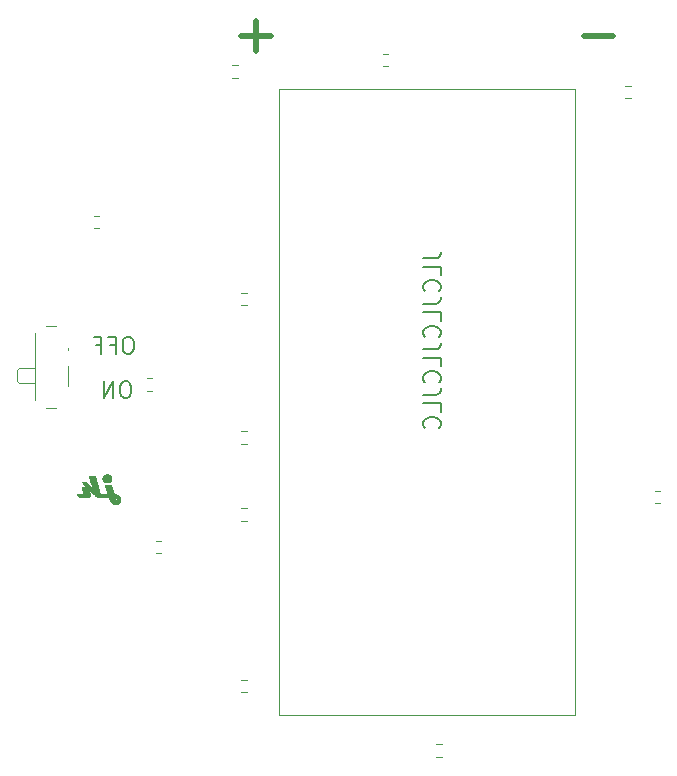
<source format=gbr>
%TF.GenerationSoftware,KiCad,Pcbnew,(5.1.10)-1*%
%TF.CreationDate,2021-10-20T07:52:33+02:00*%
%TF.ProjectId,TVZ_kuglica,54565a5f-6b75-4676-9c69-63612e6b6963,rev?*%
%TF.SameCoordinates,Original*%
%TF.FileFunction,Legend,Bot*%
%TF.FilePolarity,Positive*%
%FSLAX46Y46*%
G04 Gerber Fmt 4.6, Leading zero omitted, Abs format (unit mm)*
G04 Created by KiCad (PCBNEW (5.1.10)-1) date 2021-10-20 07:52:33*
%MOMM*%
%LPD*%
G01*
G04 APERTURE LIST*
%ADD10C,0.200000*%
%ADD11C,0.010000*%
%ADD12C,0.500000*%
%ADD13C,0.120000*%
G04 APERTURE END LIST*
D10*
X110616666Y-100983333D02*
X110350000Y-100983333D01*
X110216666Y-101050000D01*
X110083333Y-101183333D01*
X110016666Y-101450000D01*
X110016666Y-101916666D01*
X110083333Y-102183333D01*
X110216666Y-102316666D01*
X110350000Y-102383333D01*
X110616666Y-102383333D01*
X110750000Y-102316666D01*
X110883333Y-102183333D01*
X110950000Y-101916666D01*
X110950000Y-101450000D01*
X110883333Y-101183333D01*
X110750000Y-101050000D01*
X110616666Y-100983333D01*
X109416666Y-102383333D02*
X109416666Y-100983333D01*
X108616666Y-102383333D01*
X108616666Y-100983333D01*
X110833333Y-97233333D02*
X110566666Y-97233333D01*
X110433333Y-97300000D01*
X110300000Y-97433333D01*
X110233333Y-97700000D01*
X110233333Y-98166666D01*
X110300000Y-98433333D01*
X110433333Y-98566666D01*
X110566666Y-98633333D01*
X110833333Y-98633333D01*
X110966666Y-98566666D01*
X111100000Y-98433333D01*
X111166666Y-98166666D01*
X111166666Y-97700000D01*
X111100000Y-97433333D01*
X110966666Y-97300000D01*
X110833333Y-97233333D01*
X109166666Y-97900000D02*
X109633333Y-97900000D01*
X109633333Y-98633333D02*
X109633333Y-97233333D01*
X108966666Y-97233333D01*
X107966666Y-97900000D02*
X108433333Y-97900000D01*
X108433333Y-98633333D02*
X108433333Y-97233333D01*
X107766666Y-97233333D01*
X135678571Y-90571428D02*
X136750000Y-90571428D01*
X136964285Y-90500000D01*
X137107142Y-90357142D01*
X137178571Y-90142857D01*
X137178571Y-90000000D01*
X137178571Y-92000000D02*
X137178571Y-91285714D01*
X135678571Y-91285714D01*
X137035714Y-93357142D02*
X137107142Y-93285714D01*
X137178571Y-93071428D01*
X137178571Y-92928571D01*
X137107142Y-92714285D01*
X136964285Y-92571428D01*
X136821428Y-92500000D01*
X136535714Y-92428571D01*
X136321428Y-92428571D01*
X136035714Y-92500000D01*
X135892857Y-92571428D01*
X135750000Y-92714285D01*
X135678571Y-92928571D01*
X135678571Y-93071428D01*
X135750000Y-93285714D01*
X135821428Y-93357142D01*
X135678571Y-94428571D02*
X136750000Y-94428571D01*
X136964285Y-94357142D01*
X137107142Y-94214285D01*
X137178571Y-94000000D01*
X137178571Y-93857142D01*
X137178571Y-95857142D02*
X137178571Y-95142857D01*
X135678571Y-95142857D01*
X137035714Y-97214285D02*
X137107142Y-97142857D01*
X137178571Y-96928571D01*
X137178571Y-96785714D01*
X137107142Y-96571428D01*
X136964285Y-96428571D01*
X136821428Y-96357142D01*
X136535714Y-96285714D01*
X136321428Y-96285714D01*
X136035714Y-96357142D01*
X135892857Y-96428571D01*
X135750000Y-96571428D01*
X135678571Y-96785714D01*
X135678571Y-96928571D01*
X135750000Y-97142857D01*
X135821428Y-97214285D01*
X135678571Y-98285714D02*
X136750000Y-98285714D01*
X136964285Y-98214285D01*
X137107142Y-98071428D01*
X137178571Y-97857142D01*
X137178571Y-97714285D01*
X137178571Y-99714285D02*
X137178571Y-99000000D01*
X135678571Y-99000000D01*
X137035714Y-101071428D02*
X137107142Y-101000000D01*
X137178571Y-100785714D01*
X137178571Y-100642857D01*
X137107142Y-100428571D01*
X136964285Y-100285714D01*
X136821428Y-100214285D01*
X136535714Y-100142857D01*
X136321428Y-100142857D01*
X136035714Y-100214285D01*
X135892857Y-100285714D01*
X135750000Y-100428571D01*
X135678571Y-100642857D01*
X135678571Y-100785714D01*
X135750000Y-101000000D01*
X135821428Y-101071428D01*
X135678571Y-102142857D02*
X136750000Y-102142857D01*
X136964285Y-102071428D01*
X137107142Y-101928571D01*
X137178571Y-101714285D01*
X137178571Y-101571428D01*
X137178571Y-103571428D02*
X137178571Y-102857142D01*
X135678571Y-102857142D01*
X137035714Y-104928571D02*
X137107142Y-104857142D01*
X137178571Y-104642857D01*
X137178571Y-104500000D01*
X137107142Y-104285714D01*
X136964285Y-104142857D01*
X136821428Y-104071428D01*
X136535714Y-104000000D01*
X136321428Y-104000000D01*
X136035714Y-104071428D01*
X135892857Y-104142857D01*
X135750000Y-104285714D01*
X135678571Y-104500000D01*
X135678571Y-104642857D01*
X135750000Y-104857142D01*
X135821428Y-104928571D01*
D11*
%TO.C,G\u002A\u002A\u002A*%
G36*
X108865721Y-108860609D02*
G01*
X108818635Y-108864585D01*
X108787925Y-108870409D01*
X108730352Y-108891801D01*
X108673314Y-108923897D01*
X108620993Y-108963665D01*
X108577574Y-109008074D01*
X108555667Y-109038715D01*
X108530701Y-109094254D01*
X108517328Y-109156605D01*
X108515508Y-109221778D01*
X108525199Y-109285780D01*
X108546362Y-109344623D01*
X108558997Y-109367375D01*
X108601320Y-109421145D01*
X108655016Y-109468082D01*
X108716043Y-109505135D01*
X108769547Y-109526251D01*
X108805024Y-109533912D01*
X108848598Y-109539053D01*
X108895397Y-109541538D01*
X108940546Y-109541229D01*
X108979170Y-109537990D01*
X109003282Y-109532813D01*
X109075287Y-109504220D01*
X109134297Y-109470284D01*
X109182719Y-109429496D01*
X109201395Y-109408867D01*
X109237395Y-109359714D01*
X109260832Y-109311650D01*
X109273282Y-109259973D01*
X109276315Y-109199983D01*
X109275916Y-109186186D01*
X109273473Y-109147909D01*
X109268709Y-109118889D01*
X109260083Y-109092524D01*
X109247709Y-109065550D01*
X109209841Y-109006178D01*
X109159677Y-108953888D01*
X109100049Y-108910951D01*
X109033790Y-108879638D01*
X109004326Y-108870409D01*
X108965002Y-108863521D01*
X108916655Y-108860254D01*
X108865721Y-108860609D01*
G37*
X108865721Y-108860609D02*
X108818635Y-108864585D01*
X108787925Y-108870409D01*
X108730352Y-108891801D01*
X108673314Y-108923897D01*
X108620993Y-108963665D01*
X108577574Y-109008074D01*
X108555667Y-109038715D01*
X108530701Y-109094254D01*
X108517328Y-109156605D01*
X108515508Y-109221778D01*
X108525199Y-109285780D01*
X108546362Y-109344623D01*
X108558997Y-109367375D01*
X108601320Y-109421145D01*
X108655016Y-109468082D01*
X108716043Y-109505135D01*
X108769547Y-109526251D01*
X108805024Y-109533912D01*
X108848598Y-109539053D01*
X108895397Y-109541538D01*
X108940546Y-109541229D01*
X108979170Y-109537990D01*
X109003282Y-109532813D01*
X109075287Y-109504220D01*
X109134297Y-109470284D01*
X109182719Y-109429496D01*
X109201395Y-109408867D01*
X109237395Y-109359714D01*
X109260832Y-109311650D01*
X109273282Y-109259973D01*
X109276315Y-109199983D01*
X109275916Y-109186186D01*
X109273473Y-109147909D01*
X109268709Y-109118889D01*
X109260083Y-109092524D01*
X109247709Y-109065550D01*
X109209841Y-109006178D01*
X109159677Y-108953888D01*
X109100049Y-108910951D01*
X109033790Y-108879638D01*
X109004326Y-108870409D01*
X108965002Y-108863521D01*
X108916655Y-108860254D01*
X108865721Y-108860609D01*
G36*
X107538892Y-109026177D02*
G01*
X107480420Y-109026556D01*
X107435129Y-109027253D01*
X107401672Y-109028322D01*
X107378703Y-109029818D01*
X107364874Y-109031792D01*
X107358840Y-109034301D01*
X107358436Y-109036184D01*
X107361260Y-109044930D01*
X107368336Y-109067349D01*
X107379201Y-109101955D01*
X107393393Y-109147262D01*
X107410447Y-109201786D01*
X107429902Y-109264039D01*
X107451293Y-109332538D01*
X107474157Y-109405795D01*
X107498032Y-109482326D01*
X107522454Y-109560645D01*
X107546960Y-109639266D01*
X107571086Y-109716704D01*
X107594370Y-109791472D01*
X107616349Y-109862086D01*
X107636558Y-109927060D01*
X107654536Y-109984908D01*
X107669818Y-110034145D01*
X107681941Y-110073284D01*
X107690444Y-110100841D01*
X107693917Y-110112196D01*
X107695972Y-110118736D01*
X107697517Y-110124186D01*
X107697865Y-110127871D01*
X107696331Y-110129119D01*
X107692228Y-110127256D01*
X107684869Y-110121608D01*
X107673570Y-110111502D01*
X107657643Y-110096265D01*
X107636402Y-110075223D01*
X107609161Y-110047703D01*
X107575233Y-110013031D01*
X107533934Y-109970534D01*
X107484575Y-109919538D01*
X107426472Y-109859371D01*
X107358938Y-109789357D01*
X107281286Y-109708826D01*
X107253148Y-109679645D01*
X107114157Y-109535508D01*
X106943642Y-109534785D01*
X106773128Y-109534063D01*
X106856318Y-109619391D01*
X106894827Y-109658881D01*
X106939098Y-109704266D01*
X106983799Y-109750081D01*
X107023600Y-109790862D01*
X107025533Y-109792843D01*
X107111558Y-109880966D01*
X107022547Y-109886599D01*
X106961234Y-109892307D01*
X106913357Y-109901259D01*
X106876665Y-109914255D01*
X106848909Y-109932092D01*
X106827838Y-109955571D01*
X106827696Y-109955775D01*
X106816602Y-109973970D01*
X106808913Y-109992990D01*
X106804860Y-110014560D01*
X106804672Y-110040403D01*
X106808580Y-110072243D01*
X106816813Y-110111805D01*
X106829601Y-110160812D01*
X106847173Y-110220987D01*
X106869759Y-110294057D01*
X106874982Y-110310636D01*
X106892582Y-110366614D01*
X106908508Y-110417738D01*
X106922158Y-110462033D01*
X106932926Y-110497523D01*
X106940210Y-110522233D01*
X106943405Y-110534185D01*
X106943500Y-110534870D01*
X106935792Y-110536664D01*
X106913579Y-110538261D01*
X106878231Y-110539628D01*
X106831118Y-110540731D01*
X106773611Y-110541536D01*
X106707078Y-110542008D01*
X106649813Y-110542125D01*
X106563565Y-110542341D01*
X106491932Y-110542983D01*
X106435155Y-110544046D01*
X106393477Y-110545523D01*
X106367140Y-110547407D01*
X106356387Y-110549691D01*
X106356125Y-110550149D01*
X106359277Y-110561451D01*
X106367340Y-110581585D01*
X106373731Y-110595790D01*
X106405352Y-110645252D01*
X106450312Y-110688762D01*
X106506761Y-110724978D01*
X106572847Y-110752557D01*
X106601252Y-110760790D01*
X106614956Y-110763738D01*
X106631846Y-110766145D01*
X106653418Y-110768048D01*
X106681172Y-110769483D01*
X106716605Y-110770485D01*
X106761215Y-110771091D01*
X106816499Y-110771337D01*
X106883957Y-110771260D01*
X106965085Y-110770896D01*
X107008393Y-110770635D01*
X107093364Y-110770076D01*
X107163946Y-110769527D01*
X107221621Y-110768914D01*
X107267876Y-110768164D01*
X107304195Y-110767202D01*
X107332062Y-110765954D01*
X107352962Y-110764344D01*
X107368381Y-110762300D01*
X107379801Y-110759746D01*
X107388709Y-110756608D01*
X107396589Y-110752812D01*
X107399907Y-110751027D01*
X107425104Y-110732825D01*
X107447448Y-110709599D01*
X107451280Y-110704305D01*
X107462120Y-110685338D01*
X107467959Y-110665808D01*
X107470072Y-110639880D01*
X107470078Y-110618435D01*
X107469150Y-110599164D01*
X107466578Y-110578231D01*
X107461833Y-110553557D01*
X107454391Y-110523064D01*
X107443727Y-110484672D01*
X107429313Y-110436303D01*
X107410624Y-110375877D01*
X107400845Y-110344724D01*
X107383308Y-110288899D01*
X107367434Y-110238113D01*
X107353821Y-110194304D01*
X107343070Y-110159408D01*
X107335778Y-110135362D01*
X107332545Y-110124105D01*
X107332438Y-110123544D01*
X107337903Y-110127520D01*
X107353159Y-110140888D01*
X107376502Y-110162096D01*
X107406227Y-110189589D01*
X107440627Y-110221814D01*
X107449516Y-110230199D01*
X107487568Y-110265913D01*
X107534396Y-110309499D01*
X107586999Y-110358186D01*
X107642374Y-110409201D01*
X107697522Y-110459773D01*
X107745188Y-110503263D01*
X107810521Y-110562670D01*
X107865721Y-110612367D01*
X107912476Y-110653237D01*
X107952477Y-110686166D01*
X107987411Y-110712038D01*
X108018967Y-110731736D01*
X108048836Y-110746147D01*
X108078704Y-110756153D01*
X108110262Y-110762640D01*
X108145198Y-110766492D01*
X108185202Y-110768594D01*
X108231962Y-110769829D01*
X108255172Y-110770327D01*
X108309027Y-110771140D01*
X108353219Y-110771068D01*
X108386147Y-110770152D01*
X108406205Y-110768433D01*
X108411938Y-110766335D01*
X108409515Y-110755368D01*
X108403220Y-110734386D01*
X108396063Y-110712781D01*
X108387663Y-110687273D01*
X108381908Y-110667708D01*
X108380188Y-110659472D01*
X108385635Y-110660300D01*
X108399853Y-110669526D01*
X108417891Y-110683638D01*
X108457730Y-110713474D01*
X108498026Y-110735710D01*
X108545705Y-110754355D01*
X108560431Y-110758287D01*
X108580337Y-110761490D01*
X108607248Y-110764074D01*
X108642986Y-110766147D01*
X108689377Y-110767818D01*
X108748243Y-110769199D01*
X108810526Y-110770240D01*
X109038457Y-110773582D01*
X109074915Y-110885743D01*
X109109114Y-110980680D01*
X109146014Y-111061757D01*
X109187047Y-111130936D01*
X109233642Y-111190179D01*
X109287229Y-111241450D01*
X109349238Y-111286712D01*
X109381244Y-111306206D01*
X109436762Y-111333073D01*
X109499737Y-111354851D01*
X109566720Y-111371042D01*
X109634261Y-111381147D01*
X109698908Y-111384668D01*
X109757213Y-111381106D01*
X109805725Y-111369963D01*
X109810420Y-111368211D01*
X109867550Y-111340076D01*
X109914285Y-111303422D01*
X109953330Y-111255707D01*
X109980650Y-111208257D01*
X110002334Y-111157599D01*
X110015786Y-111106239D01*
X110022196Y-111048633D01*
X110022851Y-111022344D01*
X109733307Y-111022344D01*
X109733075Y-111059315D01*
X109731622Y-111084720D01*
X109728077Y-111102861D01*
X109721566Y-111118043D01*
X109711219Y-111134570D01*
X109710282Y-111135956D01*
X109694868Y-111156116D01*
X109685033Y-111162454D01*
X109681380Y-111159768D01*
X109677427Y-111149525D01*
X109669412Y-111126389D01*
X109658081Y-111092596D01*
X109644178Y-111050382D01*
X109628449Y-111001985D01*
X109617802Y-110968908D01*
X109601780Y-110918243D01*
X109587811Y-110872724D01*
X109576514Y-110834480D01*
X109568509Y-110805640D01*
X109564412Y-110788335D01*
X109564160Y-110784257D01*
X109574942Y-110783591D01*
X109594220Y-110790568D01*
X109617957Y-110803087D01*
X109642116Y-110819048D01*
X109660796Y-110834535D01*
X109683000Y-110859597D01*
X109704350Y-110889783D01*
X109712199Y-110903281D01*
X109722102Y-110923828D01*
X109728327Y-110943076D01*
X109731709Y-110965752D01*
X109733089Y-110996582D01*
X109733307Y-111022344D01*
X110022851Y-111022344D01*
X110023156Y-111010121D01*
X110018662Y-110930831D01*
X110004141Y-110861654D01*
X109978354Y-110799482D01*
X109940065Y-110741208D01*
X109896427Y-110692077D01*
X109861668Y-110658816D01*
X109830514Y-110634095D01*
X109797140Y-110613682D01*
X109769250Y-110599648D01*
X109697429Y-110570834D01*
X109624607Y-110551385D01*
X109555738Y-110542536D01*
X109539015Y-110542125D01*
X109493289Y-110542125D01*
X109441388Y-110381391D01*
X109424109Y-110327869D01*
X109403353Y-110263557D01*
X109380513Y-110192775D01*
X109356982Y-110119841D01*
X109334155Y-110049076D01*
X109319733Y-110004359D01*
X109249980Y-109788062D01*
X108993678Y-109788063D01*
X108931701Y-109788257D01*
X108875123Y-109788809D01*
X108825812Y-109789670D01*
X108785639Y-109790794D01*
X108756475Y-109792131D01*
X108740188Y-109793635D01*
X108737375Y-109794602D01*
X108739682Y-109803261D01*
X108746296Y-109825572D01*
X108756758Y-109860045D01*
X108770609Y-109905189D01*
X108787390Y-109959513D01*
X108806641Y-110021528D01*
X108827905Y-110089742D01*
X108850720Y-110162665D01*
X108852469Y-110168245D01*
X108875363Y-110241334D01*
X108896741Y-110309717D01*
X108916146Y-110371920D01*
X108933120Y-110426467D01*
X108947206Y-110471886D01*
X108957944Y-110506703D01*
X108964877Y-110529442D01*
X108967547Y-110538630D01*
X108967563Y-110538737D01*
X108959908Y-110539482D01*
X108938072Y-110540170D01*
X108903750Y-110540783D01*
X108858635Y-110541303D01*
X108804422Y-110541711D01*
X108742806Y-110541989D01*
X108675480Y-110542118D01*
X108655283Y-110542125D01*
X108343004Y-110542125D01*
X107869228Y-109026063D01*
X107611890Y-109026063D01*
X107538892Y-109026177D01*
G37*
X107538892Y-109026177D02*
X107480420Y-109026556D01*
X107435129Y-109027253D01*
X107401672Y-109028322D01*
X107378703Y-109029818D01*
X107364874Y-109031792D01*
X107358840Y-109034301D01*
X107358436Y-109036184D01*
X107361260Y-109044930D01*
X107368336Y-109067349D01*
X107379201Y-109101955D01*
X107393393Y-109147262D01*
X107410447Y-109201786D01*
X107429902Y-109264039D01*
X107451293Y-109332538D01*
X107474157Y-109405795D01*
X107498032Y-109482326D01*
X107522454Y-109560645D01*
X107546960Y-109639266D01*
X107571086Y-109716704D01*
X107594370Y-109791472D01*
X107616349Y-109862086D01*
X107636558Y-109927060D01*
X107654536Y-109984908D01*
X107669818Y-110034145D01*
X107681941Y-110073284D01*
X107690444Y-110100841D01*
X107693917Y-110112196D01*
X107695972Y-110118736D01*
X107697517Y-110124186D01*
X107697865Y-110127871D01*
X107696331Y-110129119D01*
X107692228Y-110127256D01*
X107684869Y-110121608D01*
X107673570Y-110111502D01*
X107657643Y-110096265D01*
X107636402Y-110075223D01*
X107609161Y-110047703D01*
X107575233Y-110013031D01*
X107533934Y-109970534D01*
X107484575Y-109919538D01*
X107426472Y-109859371D01*
X107358938Y-109789357D01*
X107281286Y-109708826D01*
X107253148Y-109679645D01*
X107114157Y-109535508D01*
X106943642Y-109534785D01*
X106773128Y-109534063D01*
X106856318Y-109619391D01*
X106894827Y-109658881D01*
X106939098Y-109704266D01*
X106983799Y-109750081D01*
X107023600Y-109790862D01*
X107025533Y-109792843D01*
X107111558Y-109880966D01*
X107022547Y-109886599D01*
X106961234Y-109892307D01*
X106913357Y-109901259D01*
X106876665Y-109914255D01*
X106848909Y-109932092D01*
X106827838Y-109955571D01*
X106827696Y-109955775D01*
X106816602Y-109973970D01*
X106808913Y-109992990D01*
X106804860Y-110014560D01*
X106804672Y-110040403D01*
X106808580Y-110072243D01*
X106816813Y-110111805D01*
X106829601Y-110160812D01*
X106847173Y-110220987D01*
X106869759Y-110294057D01*
X106874982Y-110310636D01*
X106892582Y-110366614D01*
X106908508Y-110417738D01*
X106922158Y-110462033D01*
X106932926Y-110497523D01*
X106940210Y-110522233D01*
X106943405Y-110534185D01*
X106943500Y-110534870D01*
X106935792Y-110536664D01*
X106913579Y-110538261D01*
X106878231Y-110539628D01*
X106831118Y-110540731D01*
X106773611Y-110541536D01*
X106707078Y-110542008D01*
X106649813Y-110542125D01*
X106563565Y-110542341D01*
X106491932Y-110542983D01*
X106435155Y-110544046D01*
X106393477Y-110545523D01*
X106367140Y-110547407D01*
X106356387Y-110549691D01*
X106356125Y-110550149D01*
X106359277Y-110561451D01*
X106367340Y-110581585D01*
X106373731Y-110595790D01*
X106405352Y-110645252D01*
X106450312Y-110688762D01*
X106506761Y-110724978D01*
X106572847Y-110752557D01*
X106601252Y-110760790D01*
X106614956Y-110763738D01*
X106631846Y-110766145D01*
X106653418Y-110768048D01*
X106681172Y-110769483D01*
X106716605Y-110770485D01*
X106761215Y-110771091D01*
X106816499Y-110771337D01*
X106883957Y-110771260D01*
X106965085Y-110770896D01*
X107008393Y-110770635D01*
X107093364Y-110770076D01*
X107163946Y-110769527D01*
X107221621Y-110768914D01*
X107267876Y-110768164D01*
X107304195Y-110767202D01*
X107332062Y-110765954D01*
X107352962Y-110764344D01*
X107368381Y-110762300D01*
X107379801Y-110759746D01*
X107388709Y-110756608D01*
X107396589Y-110752812D01*
X107399907Y-110751027D01*
X107425104Y-110732825D01*
X107447448Y-110709599D01*
X107451280Y-110704305D01*
X107462120Y-110685338D01*
X107467959Y-110665808D01*
X107470072Y-110639880D01*
X107470078Y-110618435D01*
X107469150Y-110599164D01*
X107466578Y-110578231D01*
X107461833Y-110553557D01*
X107454391Y-110523064D01*
X107443727Y-110484672D01*
X107429313Y-110436303D01*
X107410624Y-110375877D01*
X107400845Y-110344724D01*
X107383308Y-110288899D01*
X107367434Y-110238113D01*
X107353821Y-110194304D01*
X107343070Y-110159408D01*
X107335778Y-110135362D01*
X107332545Y-110124105D01*
X107332438Y-110123544D01*
X107337903Y-110127520D01*
X107353159Y-110140888D01*
X107376502Y-110162096D01*
X107406227Y-110189589D01*
X107440627Y-110221814D01*
X107449516Y-110230199D01*
X107487568Y-110265913D01*
X107534396Y-110309499D01*
X107586999Y-110358186D01*
X107642374Y-110409201D01*
X107697522Y-110459773D01*
X107745188Y-110503263D01*
X107810521Y-110562670D01*
X107865721Y-110612367D01*
X107912476Y-110653237D01*
X107952477Y-110686166D01*
X107987411Y-110712038D01*
X108018967Y-110731736D01*
X108048836Y-110746147D01*
X108078704Y-110756153D01*
X108110262Y-110762640D01*
X108145198Y-110766492D01*
X108185202Y-110768594D01*
X108231962Y-110769829D01*
X108255172Y-110770327D01*
X108309027Y-110771140D01*
X108353219Y-110771068D01*
X108386147Y-110770152D01*
X108406205Y-110768433D01*
X108411938Y-110766335D01*
X108409515Y-110755368D01*
X108403220Y-110734386D01*
X108396063Y-110712781D01*
X108387663Y-110687273D01*
X108381908Y-110667708D01*
X108380188Y-110659472D01*
X108385635Y-110660300D01*
X108399853Y-110669526D01*
X108417891Y-110683638D01*
X108457730Y-110713474D01*
X108498026Y-110735710D01*
X108545705Y-110754355D01*
X108560431Y-110758287D01*
X108580337Y-110761490D01*
X108607248Y-110764074D01*
X108642986Y-110766147D01*
X108689377Y-110767818D01*
X108748243Y-110769199D01*
X108810526Y-110770240D01*
X109038457Y-110773582D01*
X109074915Y-110885743D01*
X109109114Y-110980680D01*
X109146014Y-111061757D01*
X109187047Y-111130936D01*
X109233642Y-111190179D01*
X109287229Y-111241450D01*
X109349238Y-111286712D01*
X109381244Y-111306206D01*
X109436762Y-111333073D01*
X109499737Y-111354851D01*
X109566720Y-111371042D01*
X109634261Y-111381147D01*
X109698908Y-111384668D01*
X109757213Y-111381106D01*
X109805725Y-111369963D01*
X109810420Y-111368211D01*
X109867550Y-111340076D01*
X109914285Y-111303422D01*
X109953330Y-111255707D01*
X109980650Y-111208257D01*
X110002334Y-111157599D01*
X110015786Y-111106239D01*
X110022196Y-111048633D01*
X110022851Y-111022344D01*
X109733307Y-111022344D01*
X109733075Y-111059315D01*
X109731622Y-111084720D01*
X109728077Y-111102861D01*
X109721566Y-111118043D01*
X109711219Y-111134570D01*
X109710282Y-111135956D01*
X109694868Y-111156116D01*
X109685033Y-111162454D01*
X109681380Y-111159768D01*
X109677427Y-111149525D01*
X109669412Y-111126389D01*
X109658081Y-111092596D01*
X109644178Y-111050382D01*
X109628449Y-111001985D01*
X109617802Y-110968908D01*
X109601780Y-110918243D01*
X109587811Y-110872724D01*
X109576514Y-110834480D01*
X109568509Y-110805640D01*
X109564412Y-110788335D01*
X109564160Y-110784257D01*
X109574942Y-110783591D01*
X109594220Y-110790568D01*
X109617957Y-110803087D01*
X109642116Y-110819048D01*
X109660796Y-110834535D01*
X109683000Y-110859597D01*
X109704350Y-110889783D01*
X109712199Y-110903281D01*
X109722102Y-110923828D01*
X109728327Y-110943076D01*
X109731709Y-110965752D01*
X109733089Y-110996582D01*
X109733307Y-111022344D01*
X110022851Y-111022344D01*
X110023156Y-111010121D01*
X110018662Y-110930831D01*
X110004141Y-110861654D01*
X109978354Y-110799482D01*
X109940065Y-110741208D01*
X109896427Y-110692077D01*
X109861668Y-110658816D01*
X109830514Y-110634095D01*
X109797140Y-110613682D01*
X109769250Y-110599648D01*
X109697429Y-110570834D01*
X109624607Y-110551385D01*
X109555738Y-110542536D01*
X109539015Y-110542125D01*
X109493289Y-110542125D01*
X109441388Y-110381391D01*
X109424109Y-110327869D01*
X109403353Y-110263557D01*
X109380513Y-110192775D01*
X109356982Y-110119841D01*
X109334155Y-110049076D01*
X109319733Y-110004359D01*
X109249980Y-109788062D01*
X108993678Y-109788063D01*
X108931701Y-109788257D01*
X108875123Y-109788809D01*
X108825812Y-109789670D01*
X108785639Y-109790794D01*
X108756475Y-109792131D01*
X108740188Y-109793635D01*
X108737375Y-109794602D01*
X108739682Y-109803261D01*
X108746296Y-109825572D01*
X108756758Y-109860045D01*
X108770609Y-109905189D01*
X108787390Y-109959513D01*
X108806641Y-110021528D01*
X108827905Y-110089742D01*
X108850720Y-110162665D01*
X108852469Y-110168245D01*
X108875363Y-110241334D01*
X108896741Y-110309717D01*
X108916146Y-110371920D01*
X108933120Y-110426467D01*
X108947206Y-110471886D01*
X108957944Y-110506703D01*
X108964877Y-110529442D01*
X108967547Y-110538630D01*
X108967563Y-110538737D01*
X108959908Y-110539482D01*
X108938072Y-110540170D01*
X108903750Y-110540783D01*
X108858635Y-110541303D01*
X108804422Y-110541711D01*
X108742806Y-110541989D01*
X108675480Y-110542118D01*
X108655283Y-110542125D01*
X108343004Y-110542125D01*
X107869228Y-109026063D01*
X107611890Y-109026063D01*
X107538892Y-109026177D01*
D12*
%TO.C,BT1*%
X151750000Y-71750000D02*
X149250000Y-71750000D01*
X120250000Y-71750000D02*
X122750000Y-71750000D01*
X121500000Y-73000000D02*
X121500000Y-70500000D01*
D13*
X123500000Y-129250000D02*
X123500000Y-76250000D01*
X148500000Y-76250000D02*
X123500000Y-76250000D01*
X148500000Y-129250000D02*
X148500000Y-76250000D01*
X123500000Y-129250000D02*
X148500000Y-129250000D01*
%TO.C,SW1*%
X103780000Y-96300000D02*
X104570000Y-96300000D01*
X104570000Y-103200000D02*
X103780000Y-103200000D01*
X105620000Y-101350000D02*
X105620000Y-99650000D01*
X102770000Y-102600000D02*
X102770000Y-96900000D01*
X101480000Y-99850000D02*
X102770000Y-99850000D01*
X101270000Y-100950000D02*
X101270000Y-100050000D01*
X102770000Y-101150000D02*
X101480000Y-101150000D01*
X101480000Y-99850000D02*
X101270000Y-100050000D01*
X101480000Y-101150000D02*
X101270000Y-100950000D01*
X105620000Y-98350000D02*
X105620000Y-98150000D01*
%TO.C,R1*%
X107762742Y-86977500D02*
X108237258Y-86977500D01*
X107762742Y-88022500D02*
X108237258Y-88022500D01*
%TO.C,R2*%
X119512742Y-75272500D02*
X119987258Y-75272500D01*
X119512742Y-74227500D02*
X119987258Y-74227500D01*
%TO.C,R3*%
X152762742Y-75977500D02*
X153237258Y-75977500D01*
X152762742Y-77022500D02*
X153237258Y-77022500D01*
%TO.C,R4*%
X120262742Y-112772500D02*
X120737258Y-112772500D01*
X120262742Y-111727500D02*
X120737258Y-111727500D01*
%TO.C,R5*%
X113012742Y-114477500D02*
X113487258Y-114477500D01*
X113012742Y-115522500D02*
X113487258Y-115522500D01*
%TO.C,R6*%
X112262742Y-101772500D02*
X112737258Y-101772500D01*
X112262742Y-100727500D02*
X112737258Y-100727500D01*
%TO.C,R7*%
X136762742Y-131727500D02*
X137237258Y-131727500D01*
X136762742Y-132772500D02*
X137237258Y-132772500D01*
%TO.C,R8*%
X155262742Y-111272500D02*
X155737258Y-111272500D01*
X155262742Y-110227500D02*
X155737258Y-110227500D01*
%TO.C,R9*%
X132262742Y-73227500D02*
X132737258Y-73227500D01*
X132262742Y-74272500D02*
X132737258Y-74272500D01*
%TO.C,R10*%
X120262742Y-106272500D02*
X120737258Y-106272500D01*
X120262742Y-105227500D02*
X120737258Y-105227500D01*
%TO.C,R11*%
X120262742Y-126227500D02*
X120737258Y-126227500D01*
X120262742Y-127272500D02*
X120737258Y-127272500D01*
%TO.C,R12*%
X120262742Y-94522500D02*
X120737258Y-94522500D01*
X120262742Y-93477500D02*
X120737258Y-93477500D01*
%TD*%
M02*

</source>
